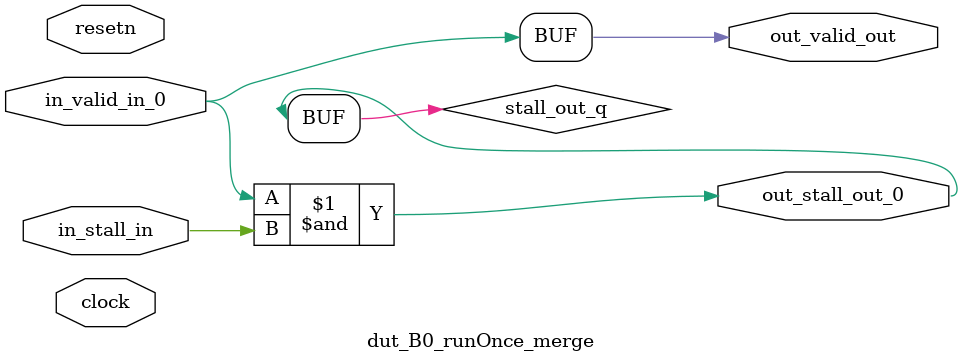
<source format=sv>



(* altera_attribute = "-name AUTO_SHIFT_REGISTER_RECOGNITION OFF; -name MESSAGE_DISABLE 10036; -name MESSAGE_DISABLE 10037; -name MESSAGE_DISABLE 14130; -name MESSAGE_DISABLE 14320; -name MESSAGE_DISABLE 15400; -name MESSAGE_DISABLE 14130; -name MESSAGE_DISABLE 10036; -name MESSAGE_DISABLE 12020; -name MESSAGE_DISABLE 12030; -name MESSAGE_DISABLE 12010; -name MESSAGE_DISABLE 12110; -name MESSAGE_DISABLE 14320; -name MESSAGE_DISABLE 13410; -name MESSAGE_DISABLE 113007; -name MESSAGE_DISABLE 10958" *)
module dut_B0_runOnce_merge (
    input wire [0:0] in_stall_in,
    input wire [0:0] in_valid_in_0,
    output wire [0:0] out_stall_out_0,
    output wire [0:0] out_valid_out,
    input wire clock,
    input wire resetn
    );

    wire [0:0] stall_out_q;


    // stall_out(LOGICAL,6)
    assign stall_out_q = in_valid_in_0 & in_stall_in;

    // out_stall_out_0(GPOUT,4)
    assign out_stall_out_0 = stall_out_q;

    // out_valid_out(GPOUT,5)
    assign out_valid_out = in_valid_in_0;

endmodule

</source>
